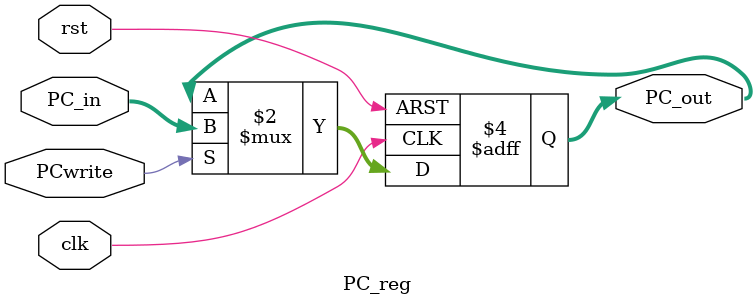
<source format=v>
`timescale 1ns / 1ps
module PC_reg(
	input clk,rst, PCwrite,
	input [31:0] PC_in,
	output reg [31:0] PC_out
);
	always@(posedge clk, posedge rst) begin
		if(rst) begin 
			PC_out <= 32'b0;
		end
		else if(PCwrite)begin
			PC_out <= PC_in;
		end
	end
	
endmodule
</source>
